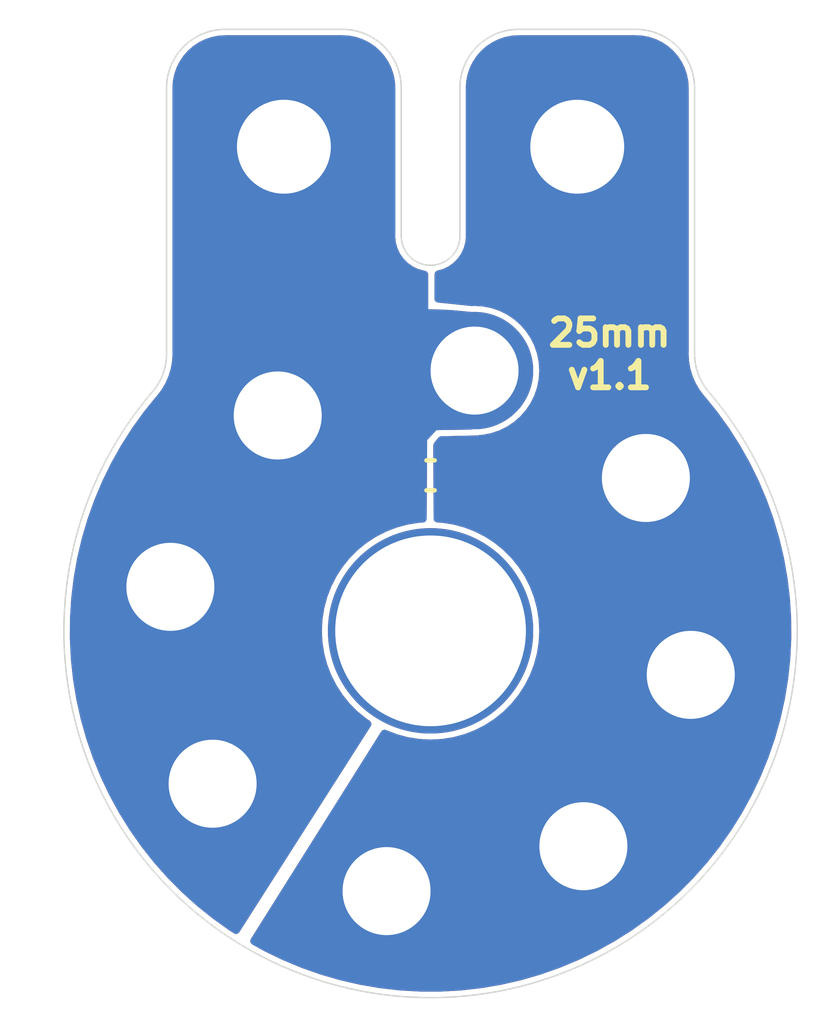
<source format=kicad_pcb>
(kicad_pcb (version 20211014) (generator pcbnew)
  (title_block (title "MOTOR TERMINAL BREAKOUT 25") (date "2022-01-01") (rev "0A") (company "CB-TECHNOLOGY"))
  (layers (0 "F.Cu" signal) (31 "B.Cu" signal) (34 "B.Paste" user) (35 "F.Paste" user) (36 "B.SilkS" user "B.Silkscreen") (37 "F.SilkS" user "F.Silkscreen") (38 "B.Mask" user) (39 "F.Mask" user) (44 "Edge.Cuts" user))
  (net 0 "")
  (net 1 "GND")
  (net 2 "+BATT")
  (footprint "MountingHole:MountingHole_3mm_Pad_TopBottom" (layer "F.Cu") (at 214.79 142.66)
    (fp_text reference "H7" hide)
    (fp_text value "MountingHole_Pad" hide)
    (pad "1" thru_hole circle (at 0 0) (size 4 4) (drill 3) (layers *.Cu *.Mask) (net 2 "+BATT"))
  )
  (footprint "MountingHole:MountingHole_3mm_Pad_TopBottom" (layer "F.Cu") (at 218.5 158.87)
    (fp_text reference "H8" hide)
    (fp_text value "MountingHole_Pad" hide)
    (pad "1" thru_hole circle (at 0 0) (size 4 4) (drill 3) (layers *.Cu *.Mask) (net 1 "GND"))
  )
  (footprint "MountingHole:MountingHole_3mm_Pad_TopBottom" (layer "F.Cu") (at 221.5 141.13)
    (fp_text reference "H5" hide)
    (fp_text value "MountingHole_Pad" hide)
    (pad "1" thru_hole circle (at 0 0) (size 4 4) (drill 3) (layers *.Cu *.Mask) (net 2 "+BATT"))
  )
  (footprint "MountingHole:MountingHole_3mm_Pad_TopBottom" (layer "F.Cu") (at 228.87 151.5)
    (fp_text reference "H4" hide)
    (fp_text value "MountingHole_Pad" hide)
    (pad "1" thru_hole circle (at 0 0) (size 4 4) (drill 3) (layers *.Cu *.Mask) (net 1 "GND"))
  )
  (footprint "MountingHole:MountingHole_3.2mm_M3_ISO7380_Pad_TopBottom" (layer "F.Cu") (at 225 133.5)
    (fp_text reference "H1" hide)
    (fp_text value "MountingHole_Pad" hide)
    (pad "1" thru_hole circle locked (at 0 0) (size 3.6 3.6) (drill 3.2) (layers *.Cu *.Mask) (net 1 "GND"))
    (pad "1" connect circle locked (at 0 0) (size 5.7 5.7) (layers "F.Cu" "F.Mask") (net 1 "GND"))
    (pad "1" connect circle locked (at 0 0) (size 5.7 5.7) (layers "B.Cu" "B.Mask") (net 1 "GND"))
  )
  (footprint "MountingHole:MountingHole_6.5mm" (layer "F.Cu") (at 220 150)
    (fp_text reference "H13" hide)
    (fp_text value "MountingHole_Pad" hide)
    (pad "" np_thru_hole circle (at 0 0) (size 7 7) (drill 6.5) (layers F&B.Cu *.Mask))
  )
  (footprint "MountingHole:MountingHole_3mm_Pad_TopBottom" (layer "F.Cu") (at 211.13 148.5)
    (fp_text reference "H9" hide)
    (fp_text value "MountingHole_Pad" hide)
    (pad "1" thru_hole circle (at 0 0) (size 4 4) (drill 3) (layers *.Cu *.Mask) (net 2 "+BATT"))
  )
  (footprint "MountingHole:MountingHole_3mm_Pad_TopBottom" (layer "F.Cu") (at 212.57 155.21)
    (fp_text reference "H3" hide)
    (fp_text value "MountingHole_Pad" hide)
    (pad "1" thru_hole circle (at 0 0) (size 4 4) (drill 3) (layers *.Cu *.Mask) (net 2 "+BATT"))
  )
  (footprint "MountingHole:MountingHole_3.2mm_M3_ISO7380_Pad_TopBottom" (layer "F.Cu") (at 215 133.5)
    (fp_text reference "H2" hide)
    (fp_text value "MountingHole_Pad" hide)
    (pad "1" thru_hole circle locked (at 0 0) (size 3.6 3.6) (drill 3.2) (layers *.Cu *.Mask) (net 2 "+BATT"))
    (pad "1" connect circle locked (at 0 0) (size 5.7 5.7) (layers "B.Cu" "B.Mask") (net 2 "+BATT"))
    (pad "1" connect circle locked (at 0 0) (size 5.7 5.7) (layers "F.Cu" "F.Mask") (net 2 "+BATT"))
  )
  (footprint "C_Capacitor:C_0603" (layer "F.Cu") (at 220 144.7)
    (fp_text reference "C1" hide)
    (fp_text value "C_0603" hide)
    (fp_line (start -0.14058 -0.51) (end 0.14058 -0.51) (layer "F.SilkS") (width 0.15))
    (fp_line (start -0.14058 0.51) (end 0.14058 0.51) (layer "F.SilkS") (width 0.15))
    (pad "1" smd roundrect (at -0.775 0) (size 0.9 0.95) (layers "F.Cu" "F.Paste" "F.Mask") (net 2 "+BATT"))
    (pad "2" smd roundrect (at 0.775 0) (size 0.9 0.95) (layers "F.Cu" "F.Paste" "F.Mask") (net 1 "GND"))
  )
  (footprint "MountingHole:MountingHole_3mm_Pad_TopBottom" (layer "F.Cu") (at 227.34 144.79)
    (fp_text reference "H10" hide)
    (fp_text value "MountingHole_Pad" hide)
    (pad "1" thru_hole circle (at 0 0) (size 4 4) (drill 3) (layers *.Cu *.Mask) (net 1 "GND"))
  )
  (footprint "MountingHole:MountingHole_3mm_Pad_TopBottom" (layer "F.Cu") (at 225.21 157.34)
    (fp_text reference "H6" hide)
    (fp_text value "MountingHole_Pad" hide)
    (pad "1" thru_hole circle (at 0 0) (size 4 4) (drill 3) (layers *.Cu *.Mask) (net 1 "GND"))
  )
  (gr_arc (start 217 129.5) (mid 218.414214 130.085786) (end 219 131.5) (layer "Edge.Cuts") (width 0.05))
  (gr_line (start 221 136.540064) (end 221 131.5) (layer "Edge.Cuts") (width 0.05))
  (gr_line (start 211 140.552778) (end 211 131.5) (layer "Edge.Cuts") (width 0.05))
  (gr_arc (start 229.482759 141.855843) (mid 229.124566 141.247587) (end 229 140.552778) (layer "Edge.Cuts") (width 0.05))
  (gr_arc (start 221 131.5) (mid 221.585786 130.085786) (end 223 129.5) (layer "Edge.Cuts") (width 0.05))
  (gr_arc (start 229.482759 141.855843) (mid 220 162.5) (end 210.517241 141.855843) (layer "Edge.Cuts") (width 0.05))
  (gr_line (start 213 129.5) (end 217 129.5) (layer "Edge.Cuts") (width 0.05))
  (gr_arc (start 227 129.5) (mid 228.414214 130.085786) (end 229 131.5) (layer "Edge.Cuts") (width 0.05))
  (gr_line (start 229 131.5) (end 229 140.552778) (layer "Edge.Cuts") (width 0.05))
  (gr_arc (start 211 131.5) (mid 211.585786 130.085786) (end 213 129.5) (layer "Edge.Cuts") (width 0.05))
  (gr_line (start 223 129.5) (end 227 129.5) (layer "Edge.Cuts") (width 0.05))
  (gr_arc (start 211 140.552778) (mid 210.875431 141.247586) (end 210.517241 141.855843) (layer "Edge.Cuts") (width 0.05))
  (gr_line (start 219 131.5) (end 219 136.540064) (layer "Edge.Cuts") (width 0.05))
  (gr_arc (start 221 136.540064) (mid 220 137.540064) (end 219 136.540064) (layer "Edge.Cuts") (width 0.05))
  (gr_text "25mm\nv1.1" (at 226.1 140.57) (layer "F.SilkS") (effects (font (size 0.9 0.9) (thickness 0.2))))
  (zone (net 2) (net_name "+BATT") (layers F&B.Cu) (connect_pads yes (clearance 0.2)) (min_thickness 0.254) (fill yes (thermal_gap 0.508) (thermal_bridge_width 0.508))
    (polygon (pts (xy 209.363564 141.93) (xy 205.321782 150.969192) (xy 212.261782 162.179192) (xy 219.843564 150.3) (xy 219.883564 143.5) (xy 220.201782 143.159192) (xy 221.491782 143.139192) (xy 221.561782 139.149192) (xy 221.151782 139.109192) (xy 220.731782 139.069192) (xy 220.361782 139.049192) (xy 219.921782 139.039192) (xy 219.881782 129.169192) (xy 209.951782 129.029192)))
  )
  (zone (net 1) (net_name "GND") (layers F&B.Cu) (connect_pads yes (clearance 0.2)) (min_thickness 0.254) (fill yes (thermal_gap 0.508) (thermal_bridge_width 0.508))
    (polygon (pts (xy 220.181782 128.959192) (xy 220.131782 138.799192) (xy 221.681782 138.959192) (xy 222.761782 139.719192) (xy 223.251782 140.709192) (xy 223.121782 142.049192) (xy 221.631782 143.339192) (xy 220.301782 143.369192) (xy 220.091782 143.629192) (xy 220.121782 150.559192) (xy 212.611782 162.509192) (xy 224.781782 163.409192) (xy 232.981782 157.069192) (xy 233.721782 144.249192) (xy 230.091782 128.499192)))
  )
)
</source>
